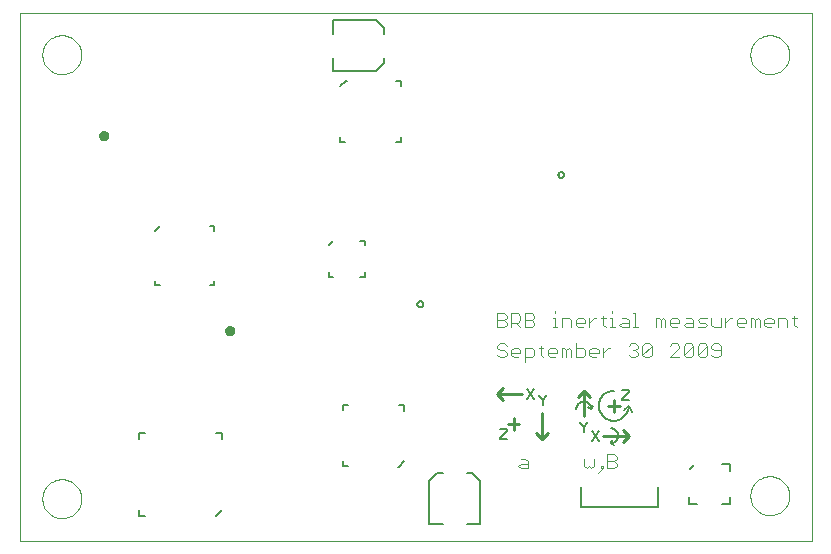
<source format=gto>
G75*
G70*
%OFA0B0*%
%FSLAX24Y24*%
%IPPOS*%
%LPD*%
%AMOC8*
5,1,8,0,0,1.08239X$1,22.5*
%
%ADD10C,0.0000*%
%ADD11C,0.0160*%
%ADD12C,0.0040*%
%ADD13C,0.0080*%
%ADD14C,0.0110*%
%ADD15C,0.0060*%
%ADD16C,0.0100*%
%ADD17C,0.0050*%
D10*
X002137Y004203D02*
X002137Y021803D01*
X028537Y021803D01*
X028537Y004203D01*
X002137Y004203D01*
X002887Y005603D02*
X002889Y005653D01*
X002895Y005703D01*
X002905Y005753D01*
X002918Y005801D01*
X002935Y005849D01*
X002956Y005895D01*
X002980Y005939D01*
X003008Y005981D01*
X003039Y006021D01*
X003073Y006058D01*
X003110Y006093D01*
X003149Y006124D01*
X003190Y006153D01*
X003234Y006178D01*
X003280Y006200D01*
X003327Y006218D01*
X003375Y006232D01*
X003424Y006243D01*
X003474Y006250D01*
X003524Y006253D01*
X003575Y006252D01*
X003625Y006247D01*
X003675Y006238D01*
X003723Y006226D01*
X003771Y006209D01*
X003817Y006189D01*
X003862Y006166D01*
X003905Y006139D01*
X003945Y006109D01*
X003983Y006076D01*
X004018Y006040D01*
X004051Y006001D01*
X004080Y005960D01*
X004106Y005917D01*
X004129Y005872D01*
X004148Y005825D01*
X004163Y005777D01*
X004175Y005728D01*
X004183Y005678D01*
X004187Y005628D01*
X004187Y005578D01*
X004183Y005528D01*
X004175Y005478D01*
X004163Y005429D01*
X004148Y005381D01*
X004129Y005334D01*
X004106Y005289D01*
X004080Y005246D01*
X004051Y005205D01*
X004018Y005166D01*
X003983Y005130D01*
X003945Y005097D01*
X003905Y005067D01*
X003862Y005040D01*
X003817Y005017D01*
X003771Y004997D01*
X003723Y004980D01*
X003675Y004968D01*
X003625Y004959D01*
X003575Y004954D01*
X003524Y004953D01*
X003474Y004956D01*
X003424Y004963D01*
X003375Y004974D01*
X003327Y004988D01*
X003280Y005006D01*
X003234Y005028D01*
X003190Y005053D01*
X003149Y005082D01*
X003110Y005113D01*
X003073Y005148D01*
X003039Y005185D01*
X003008Y005225D01*
X002980Y005267D01*
X002956Y005311D01*
X002935Y005357D01*
X002918Y005405D01*
X002905Y005453D01*
X002895Y005503D01*
X002889Y005553D01*
X002887Y005603D01*
X002887Y020403D02*
X002889Y020453D01*
X002895Y020503D01*
X002905Y020553D01*
X002918Y020601D01*
X002935Y020649D01*
X002956Y020695D01*
X002980Y020739D01*
X003008Y020781D01*
X003039Y020821D01*
X003073Y020858D01*
X003110Y020893D01*
X003149Y020924D01*
X003190Y020953D01*
X003234Y020978D01*
X003280Y021000D01*
X003327Y021018D01*
X003375Y021032D01*
X003424Y021043D01*
X003474Y021050D01*
X003524Y021053D01*
X003575Y021052D01*
X003625Y021047D01*
X003675Y021038D01*
X003723Y021026D01*
X003771Y021009D01*
X003817Y020989D01*
X003862Y020966D01*
X003905Y020939D01*
X003945Y020909D01*
X003983Y020876D01*
X004018Y020840D01*
X004051Y020801D01*
X004080Y020760D01*
X004106Y020717D01*
X004129Y020672D01*
X004148Y020625D01*
X004163Y020577D01*
X004175Y020528D01*
X004183Y020478D01*
X004187Y020428D01*
X004187Y020378D01*
X004183Y020328D01*
X004175Y020278D01*
X004163Y020229D01*
X004148Y020181D01*
X004129Y020134D01*
X004106Y020089D01*
X004080Y020046D01*
X004051Y020005D01*
X004018Y019966D01*
X003983Y019930D01*
X003945Y019897D01*
X003905Y019867D01*
X003862Y019840D01*
X003817Y019817D01*
X003771Y019797D01*
X003723Y019780D01*
X003675Y019768D01*
X003625Y019759D01*
X003575Y019754D01*
X003524Y019753D01*
X003474Y019756D01*
X003424Y019763D01*
X003375Y019774D01*
X003327Y019788D01*
X003280Y019806D01*
X003234Y019828D01*
X003190Y019853D01*
X003149Y019882D01*
X003110Y019913D01*
X003073Y019948D01*
X003039Y019985D01*
X003008Y020025D01*
X002980Y020067D01*
X002956Y020111D01*
X002935Y020157D01*
X002918Y020205D01*
X002905Y020253D01*
X002895Y020303D01*
X002889Y020353D01*
X002887Y020403D01*
X026487Y020403D02*
X026489Y020453D01*
X026495Y020503D01*
X026505Y020553D01*
X026518Y020601D01*
X026535Y020649D01*
X026556Y020695D01*
X026580Y020739D01*
X026608Y020781D01*
X026639Y020821D01*
X026673Y020858D01*
X026710Y020893D01*
X026749Y020924D01*
X026790Y020953D01*
X026834Y020978D01*
X026880Y021000D01*
X026927Y021018D01*
X026975Y021032D01*
X027024Y021043D01*
X027074Y021050D01*
X027124Y021053D01*
X027175Y021052D01*
X027225Y021047D01*
X027275Y021038D01*
X027323Y021026D01*
X027371Y021009D01*
X027417Y020989D01*
X027462Y020966D01*
X027505Y020939D01*
X027545Y020909D01*
X027583Y020876D01*
X027618Y020840D01*
X027651Y020801D01*
X027680Y020760D01*
X027706Y020717D01*
X027729Y020672D01*
X027748Y020625D01*
X027763Y020577D01*
X027775Y020528D01*
X027783Y020478D01*
X027787Y020428D01*
X027787Y020378D01*
X027783Y020328D01*
X027775Y020278D01*
X027763Y020229D01*
X027748Y020181D01*
X027729Y020134D01*
X027706Y020089D01*
X027680Y020046D01*
X027651Y020005D01*
X027618Y019966D01*
X027583Y019930D01*
X027545Y019897D01*
X027505Y019867D01*
X027462Y019840D01*
X027417Y019817D01*
X027371Y019797D01*
X027323Y019780D01*
X027275Y019768D01*
X027225Y019759D01*
X027175Y019754D01*
X027124Y019753D01*
X027074Y019756D01*
X027024Y019763D01*
X026975Y019774D01*
X026927Y019788D01*
X026880Y019806D01*
X026834Y019828D01*
X026790Y019853D01*
X026749Y019882D01*
X026710Y019913D01*
X026673Y019948D01*
X026639Y019985D01*
X026608Y020025D01*
X026580Y020067D01*
X026556Y020111D01*
X026535Y020157D01*
X026518Y020205D01*
X026505Y020253D01*
X026495Y020303D01*
X026489Y020353D01*
X026487Y020403D01*
X026487Y005703D02*
X026489Y005753D01*
X026495Y005803D01*
X026505Y005853D01*
X026518Y005901D01*
X026535Y005949D01*
X026556Y005995D01*
X026580Y006039D01*
X026608Y006081D01*
X026639Y006121D01*
X026673Y006158D01*
X026710Y006193D01*
X026749Y006224D01*
X026790Y006253D01*
X026834Y006278D01*
X026880Y006300D01*
X026927Y006318D01*
X026975Y006332D01*
X027024Y006343D01*
X027074Y006350D01*
X027124Y006353D01*
X027175Y006352D01*
X027225Y006347D01*
X027275Y006338D01*
X027323Y006326D01*
X027371Y006309D01*
X027417Y006289D01*
X027462Y006266D01*
X027505Y006239D01*
X027545Y006209D01*
X027583Y006176D01*
X027618Y006140D01*
X027651Y006101D01*
X027680Y006060D01*
X027706Y006017D01*
X027729Y005972D01*
X027748Y005925D01*
X027763Y005877D01*
X027775Y005828D01*
X027783Y005778D01*
X027787Y005728D01*
X027787Y005678D01*
X027783Y005628D01*
X027775Y005578D01*
X027763Y005529D01*
X027748Y005481D01*
X027729Y005434D01*
X027706Y005389D01*
X027680Y005346D01*
X027651Y005305D01*
X027618Y005266D01*
X027583Y005230D01*
X027545Y005197D01*
X027505Y005167D01*
X027462Y005140D01*
X027417Y005117D01*
X027371Y005097D01*
X027323Y005080D01*
X027275Y005068D01*
X027225Y005059D01*
X027175Y005054D01*
X027124Y005053D01*
X027074Y005056D01*
X027024Y005063D01*
X026975Y005074D01*
X026927Y005088D01*
X026880Y005106D01*
X026834Y005128D01*
X026790Y005153D01*
X026749Y005182D01*
X026710Y005213D01*
X026673Y005248D01*
X026639Y005285D01*
X026608Y005325D01*
X026580Y005367D01*
X026556Y005411D01*
X026535Y005457D01*
X026518Y005505D01*
X026505Y005553D01*
X026495Y005603D01*
X026489Y005653D01*
X026487Y005703D01*
D11*
X009057Y011203D02*
X009059Y011220D01*
X009064Y011237D01*
X009073Y011251D01*
X009085Y011264D01*
X009100Y011274D01*
X009116Y011280D01*
X009133Y011283D01*
X009150Y011282D01*
X009167Y011277D01*
X009182Y011269D01*
X009195Y011258D01*
X009206Y011244D01*
X009213Y011229D01*
X009217Y011212D01*
X009217Y011194D01*
X009213Y011177D01*
X009206Y011162D01*
X009195Y011148D01*
X009182Y011137D01*
X009167Y011129D01*
X009150Y011124D01*
X009133Y011123D01*
X009116Y011126D01*
X009100Y011132D01*
X009085Y011142D01*
X009073Y011155D01*
X009064Y011169D01*
X009059Y011186D01*
X009057Y011203D01*
X004857Y017703D02*
X004859Y017720D01*
X004864Y017737D01*
X004873Y017751D01*
X004885Y017764D01*
X004900Y017774D01*
X004916Y017780D01*
X004933Y017783D01*
X004950Y017782D01*
X004967Y017777D01*
X004982Y017769D01*
X004995Y017758D01*
X005006Y017744D01*
X005013Y017729D01*
X005017Y017712D01*
X005017Y017694D01*
X005013Y017677D01*
X005006Y017662D01*
X004995Y017648D01*
X004982Y017637D01*
X004967Y017629D01*
X004950Y017624D01*
X004933Y017623D01*
X004916Y017626D01*
X004900Y017632D01*
X004885Y017642D01*
X004873Y017655D01*
X004864Y017669D01*
X004859Y017686D01*
X004857Y017703D01*
D12*
X018057Y011783D02*
X018057Y011323D01*
X018287Y011323D01*
X018364Y011400D01*
X018364Y011476D01*
X018287Y011553D01*
X018057Y011553D01*
X018287Y011553D02*
X018364Y011630D01*
X018364Y011706D01*
X018287Y011783D01*
X018057Y011783D01*
X018517Y011783D02*
X018747Y011783D01*
X018824Y011706D01*
X018824Y011553D01*
X018747Y011476D01*
X018517Y011476D01*
X018517Y011323D02*
X018517Y011783D01*
X018670Y011476D02*
X018824Y011323D01*
X018977Y011323D02*
X019208Y011323D01*
X019284Y011400D01*
X019284Y011476D01*
X019208Y011553D01*
X018977Y011553D01*
X018977Y011323D02*
X018977Y011783D01*
X019208Y011783D01*
X019284Y011706D01*
X019284Y011630D01*
X019208Y011553D01*
X019898Y011630D02*
X019975Y011630D01*
X019975Y011323D01*
X019898Y011323D02*
X020052Y011323D01*
X020205Y011323D02*
X020205Y011630D01*
X020435Y011630D01*
X020512Y011553D01*
X020512Y011323D01*
X020665Y011400D02*
X020665Y011553D01*
X020742Y011630D01*
X020896Y011630D01*
X020972Y011553D01*
X020972Y011476D01*
X020665Y011476D01*
X020665Y011400D02*
X020742Y011323D01*
X020896Y011323D01*
X021126Y011323D02*
X021126Y011630D01*
X021279Y011630D02*
X021356Y011630D01*
X021279Y011630D02*
X021126Y011476D01*
X021509Y011630D02*
X021663Y011630D01*
X021586Y011706D02*
X021586Y011400D01*
X021663Y011323D01*
X021816Y011323D02*
X021970Y011323D01*
X021893Y011323D02*
X021893Y011630D01*
X021816Y011630D01*
X021893Y011783D02*
X021893Y011860D01*
X022200Y011630D02*
X022353Y011630D01*
X022430Y011553D01*
X022430Y011323D01*
X022200Y011323D01*
X022123Y011400D01*
X022200Y011476D01*
X022430Y011476D01*
X022583Y011323D02*
X022737Y011323D01*
X022660Y011323D02*
X022660Y011783D01*
X022583Y011783D01*
X023351Y011630D02*
X023351Y011323D01*
X023504Y011323D02*
X023504Y011553D01*
X023581Y011630D01*
X023658Y011553D01*
X023658Y011323D01*
X023811Y011400D02*
X023811Y011553D01*
X023888Y011630D01*
X024041Y011630D01*
X024118Y011553D01*
X024118Y011476D01*
X023811Y011476D01*
X023811Y011400D02*
X023888Y011323D01*
X024041Y011323D01*
X024271Y011400D02*
X024348Y011476D01*
X024578Y011476D01*
X024578Y011553D02*
X024578Y011323D01*
X024348Y011323D01*
X024271Y011400D01*
X024348Y011630D02*
X024502Y011630D01*
X024578Y011553D01*
X024732Y011553D02*
X024808Y011476D01*
X024962Y011476D01*
X025039Y011400D01*
X024962Y011323D01*
X024732Y011323D01*
X024732Y011553D02*
X024808Y011630D01*
X025039Y011630D01*
X025192Y011630D02*
X025192Y011400D01*
X025269Y011323D01*
X025499Y011323D01*
X025499Y011630D01*
X025652Y011630D02*
X025652Y011323D01*
X025652Y011476D02*
X025806Y011630D01*
X025883Y011630D01*
X026036Y011553D02*
X026113Y011630D01*
X026266Y011630D01*
X026343Y011553D01*
X026343Y011476D01*
X026036Y011476D01*
X026036Y011400D02*
X026036Y011553D01*
X026036Y011400D02*
X026113Y011323D01*
X026266Y011323D01*
X026496Y011323D02*
X026496Y011630D01*
X026573Y011630D01*
X026650Y011553D01*
X026727Y011630D01*
X026803Y011553D01*
X026803Y011323D01*
X026650Y011323D02*
X026650Y011553D01*
X026957Y011553D02*
X026957Y011400D01*
X027034Y011323D01*
X027187Y011323D01*
X027264Y011476D02*
X026957Y011476D01*
X026957Y011553D02*
X027034Y011630D01*
X027187Y011630D01*
X027264Y011553D01*
X027264Y011476D01*
X027417Y011323D02*
X027417Y011630D01*
X027647Y011630D01*
X027724Y011553D01*
X027724Y011323D01*
X027954Y011400D02*
X028031Y011323D01*
X027954Y011400D02*
X027954Y011706D01*
X027878Y011630D02*
X028031Y011630D01*
X025499Y010706D02*
X025499Y010400D01*
X025422Y010323D01*
X025269Y010323D01*
X025192Y010400D01*
X025039Y010400D02*
X024962Y010323D01*
X024809Y010323D01*
X024732Y010400D01*
X025039Y010706D01*
X025039Y010400D01*
X025192Y010630D02*
X025269Y010553D01*
X025499Y010553D01*
X025499Y010706D02*
X025422Y010783D01*
X025269Y010783D01*
X025192Y010706D01*
X025192Y010630D01*
X025039Y010706D02*
X024962Y010783D01*
X024809Y010783D01*
X024732Y010706D01*
X024732Y010400D01*
X024578Y010400D02*
X024502Y010323D01*
X024348Y010323D01*
X024271Y010400D01*
X024578Y010706D01*
X024578Y010400D01*
X024578Y010706D02*
X024502Y010783D01*
X024348Y010783D01*
X024271Y010706D01*
X024271Y010400D01*
X024118Y010323D02*
X023811Y010323D01*
X024118Y010630D01*
X024118Y010706D01*
X024041Y010783D01*
X023888Y010783D01*
X023811Y010706D01*
X023197Y010706D02*
X023197Y010400D01*
X023121Y010323D01*
X022967Y010323D01*
X022890Y010400D01*
X023197Y010706D01*
X023121Y010783D01*
X022967Y010783D01*
X022890Y010706D01*
X022890Y010400D01*
X022737Y010400D02*
X022660Y010323D01*
X022507Y010323D01*
X022430Y010400D01*
X022583Y010553D02*
X022660Y010553D01*
X022737Y010476D01*
X022737Y010400D01*
X022660Y010553D02*
X022737Y010630D01*
X022737Y010706D01*
X022660Y010783D01*
X022507Y010783D01*
X022430Y010706D01*
X021816Y010630D02*
X021739Y010630D01*
X021586Y010476D01*
X021586Y010323D02*
X021586Y010630D01*
X021433Y010553D02*
X021356Y010630D01*
X021202Y010630D01*
X021126Y010553D01*
X021126Y010400D01*
X021202Y010323D01*
X021356Y010323D01*
X021433Y010476D02*
X021126Y010476D01*
X020972Y010400D02*
X020896Y010323D01*
X020665Y010323D01*
X020665Y010783D01*
X020665Y010630D02*
X020896Y010630D01*
X020972Y010553D01*
X020972Y010400D01*
X020512Y010323D02*
X020512Y010553D01*
X020435Y010630D01*
X020358Y010553D01*
X020358Y010323D01*
X020205Y010323D02*
X020205Y010630D01*
X020282Y010630D01*
X020358Y010553D01*
X020052Y010553D02*
X020052Y010476D01*
X019745Y010476D01*
X019745Y010400D02*
X019745Y010553D01*
X019821Y010630D01*
X019975Y010630D01*
X020052Y010553D01*
X019975Y010323D02*
X019821Y010323D01*
X019745Y010400D01*
X019591Y010323D02*
X019514Y010400D01*
X019514Y010706D01*
X019438Y010630D02*
X019591Y010630D01*
X019284Y010553D02*
X019284Y010400D01*
X019208Y010323D01*
X018977Y010323D01*
X018977Y010169D02*
X018977Y010630D01*
X019208Y010630D01*
X019284Y010553D01*
X018824Y010553D02*
X018747Y010630D01*
X018594Y010630D01*
X018517Y010553D01*
X018517Y010400D01*
X018594Y010323D01*
X018747Y010323D01*
X018824Y010476D02*
X018517Y010476D01*
X018364Y010476D02*
X018364Y010400D01*
X018287Y010323D01*
X018133Y010323D01*
X018057Y010400D01*
X018133Y010553D02*
X018287Y010553D01*
X018364Y010476D01*
X018364Y010706D02*
X018287Y010783D01*
X018133Y010783D01*
X018057Y010706D01*
X018057Y010630D01*
X018133Y010553D01*
X018824Y010553D02*
X018824Y010476D01*
X019975Y011783D02*
X019975Y011860D01*
X021433Y010553D02*
X021433Y010476D01*
X023351Y011630D02*
X023427Y011630D01*
X023504Y011553D01*
X021954Y007083D02*
X022031Y007006D01*
X022031Y006930D01*
X021954Y006853D01*
X021724Y006853D01*
X021570Y006700D02*
X021494Y006700D01*
X021494Y006623D01*
X021570Y006623D01*
X021570Y006700D01*
X021570Y006623D02*
X021417Y006469D01*
X021187Y006623D02*
X021264Y006700D01*
X021264Y006930D01*
X021110Y006700D02*
X021187Y006623D01*
X021110Y006700D02*
X021033Y006623D01*
X020957Y006700D01*
X020957Y006930D01*
X021724Y007083D02*
X021724Y006623D01*
X021954Y006623D01*
X022031Y006700D01*
X022031Y006776D01*
X021954Y006853D01*
X021954Y007083D02*
X021724Y007083D01*
X019064Y006853D02*
X019064Y006623D01*
X018833Y006623D01*
X018757Y006700D01*
X018833Y006776D01*
X019064Y006776D01*
X019064Y006853D02*
X018987Y006930D01*
X018833Y006930D01*
D13*
X020687Y008603D02*
X020689Y008633D01*
X020694Y008663D01*
X020703Y008692D01*
X020716Y008719D01*
X020731Y008745D01*
X020750Y008769D01*
X020771Y008790D01*
X020795Y008809D01*
X020821Y008824D01*
X020848Y008837D01*
X020877Y008846D01*
X020907Y008851D01*
X020937Y008853D01*
X020967Y008851D01*
X020997Y008846D01*
X021026Y008837D01*
X021053Y008824D01*
X021079Y008809D01*
X021103Y008790D01*
X021124Y008769D01*
X021143Y008745D01*
X021158Y008719D01*
X021171Y008692D01*
X021180Y008663D01*
X021185Y008633D01*
X021187Y008603D01*
X021087Y008653D01*
X021187Y008603D02*
X021237Y008703D01*
X021937Y009203D02*
X021893Y009201D01*
X021850Y009195D01*
X021808Y009186D01*
X021766Y009173D01*
X021726Y009156D01*
X021687Y009136D01*
X021650Y009113D01*
X021616Y009086D01*
X021583Y009057D01*
X021554Y009024D01*
X021527Y008990D01*
X021504Y008953D01*
X021484Y008914D01*
X021467Y008874D01*
X021454Y008832D01*
X021445Y008790D01*
X021439Y008747D01*
X021437Y008703D01*
X021439Y008659D01*
X021445Y008616D01*
X021454Y008574D01*
X021467Y008532D01*
X021484Y008492D01*
X021504Y008453D01*
X021527Y008416D01*
X021554Y008382D01*
X021583Y008349D01*
X021616Y008320D01*
X021650Y008293D01*
X021687Y008270D01*
X021726Y008250D01*
X021766Y008233D01*
X021808Y008220D01*
X021850Y008211D01*
X021893Y008205D01*
X021937Y008203D01*
X021981Y008205D01*
X022024Y008211D01*
X022066Y008220D01*
X022108Y008233D01*
X022148Y008250D01*
X022187Y008270D01*
X022224Y008293D01*
X022258Y008320D01*
X022291Y008349D01*
X022320Y008382D01*
X022347Y008416D01*
X022370Y008453D01*
X022390Y008492D01*
X022407Y008532D01*
X022420Y008574D01*
X022429Y008616D01*
X022435Y008659D01*
X022437Y008703D01*
X022537Y008503D01*
X022437Y008703D02*
X022287Y008553D01*
X021837Y007953D02*
X021867Y007951D01*
X021897Y007946D01*
X021926Y007937D01*
X021953Y007924D01*
X021979Y007909D01*
X022003Y007890D01*
X022024Y007869D01*
X022043Y007845D01*
X022058Y007819D01*
X022071Y007792D01*
X022080Y007763D01*
X022085Y007733D01*
X022087Y007703D01*
X022085Y007673D01*
X022080Y007643D01*
X022071Y007614D01*
X022058Y007587D01*
X022043Y007561D01*
X022024Y007537D01*
X022003Y007516D01*
X021979Y007497D01*
X021953Y007482D01*
X021926Y007469D01*
X021897Y007460D01*
X021867Y007455D01*
X021837Y007453D01*
X021887Y007553D01*
X021837Y007453D02*
X021937Y007403D01*
X024484Y006589D02*
X024623Y006737D01*
X025560Y006763D02*
X025797Y006763D01*
X025797Y006526D01*
X025797Y005660D02*
X025797Y005424D01*
X025560Y005424D01*
X024694Y005424D02*
X024458Y005424D01*
X024458Y005660D01*
X013627Y013012D02*
X013489Y013012D01*
X013627Y013012D02*
X013627Y013150D01*
X012584Y013012D02*
X012446Y013012D01*
X012446Y013150D01*
X012446Y014056D02*
X012584Y014193D01*
X013489Y014193D02*
X013627Y014193D01*
X013627Y014056D01*
X008877Y007781D02*
X008680Y007781D01*
X008877Y007781D02*
X008877Y007584D01*
X006318Y007781D02*
X006121Y007781D01*
X006121Y007584D01*
X006121Y005222D02*
X006121Y005025D01*
X006318Y005025D01*
X008680Y005025D02*
X008877Y005222D01*
D14*
X018397Y008103D02*
X018791Y008103D01*
X018594Y008300D02*
X018594Y007906D01*
X021742Y008703D02*
X022135Y008703D01*
X021939Y008900D02*
X021939Y008506D01*
D15*
X022217Y008883D02*
X022444Y008883D01*
X022217Y008883D02*
X022217Y008940D01*
X022444Y009166D01*
X022444Y009223D01*
X022217Y009223D01*
X021044Y008173D02*
X021044Y008116D01*
X020930Y008003D01*
X020930Y007833D01*
X020930Y008003D02*
X020817Y008116D01*
X020817Y008173D01*
X021217Y007873D02*
X021444Y007533D01*
X021217Y007533D02*
X021444Y007873D01*
X019675Y009016D02*
X019675Y009073D01*
X019675Y009016D02*
X019562Y008903D01*
X019562Y008733D01*
X019562Y008903D02*
X019448Y009016D01*
X019448Y009073D01*
X019275Y008933D02*
X019048Y009273D01*
X019275Y009273D02*
X019048Y008933D01*
X018375Y007923D02*
X018148Y007923D01*
X018375Y007923D02*
X018375Y007866D01*
X018148Y007640D01*
X018148Y007583D01*
X018375Y007583D01*
D16*
X019337Y007803D02*
X019537Y007603D01*
X019737Y007803D01*
X019537Y007603D02*
X019537Y008453D01*
X018887Y009103D02*
X018037Y009103D01*
X018237Y008903D01*
X018037Y009103D02*
X018237Y009303D01*
X020737Y009003D02*
X020937Y009203D01*
X021137Y009003D01*
X020937Y009203D02*
X020937Y008353D01*
X021587Y007703D02*
X022437Y007703D01*
X022237Y007903D01*
X022437Y007703D02*
X022237Y007503D01*
D17*
X023419Y006003D02*
X023419Y005323D01*
X020849Y005323D01*
X020849Y006003D01*
X017483Y006193D02*
X017483Y004756D01*
X017030Y004756D01*
X016243Y004756D02*
X015790Y004756D01*
X015790Y006193D01*
X016047Y006449D01*
X016243Y006449D01*
X017030Y006449D02*
X017226Y006449D01*
X017483Y006193D01*
X014957Y006853D02*
X014777Y006673D01*
X014737Y006673D01*
X013087Y006683D02*
X012917Y006683D01*
X012917Y006853D01*
X012917Y008553D02*
X012917Y008723D01*
X013087Y008723D01*
X014787Y008713D02*
X014957Y008713D01*
X014957Y008543D01*
X015387Y012091D02*
X015389Y012111D01*
X015395Y012129D01*
X015404Y012147D01*
X015416Y012162D01*
X015431Y012174D01*
X015449Y012183D01*
X015467Y012189D01*
X015487Y012191D01*
X015507Y012189D01*
X015525Y012183D01*
X015543Y012174D01*
X015558Y012162D01*
X015570Y012147D01*
X015579Y012129D01*
X015585Y012111D01*
X015587Y012091D01*
X015585Y012071D01*
X015579Y012053D01*
X015570Y012035D01*
X015558Y012020D01*
X015543Y012008D01*
X015525Y011999D01*
X015507Y011993D01*
X015487Y011991D01*
X015467Y011993D01*
X015449Y011999D01*
X015431Y012008D01*
X015416Y012020D01*
X015404Y012035D01*
X015395Y012053D01*
X015389Y012071D01*
X015387Y012091D01*
X020087Y016403D02*
X020089Y016423D01*
X020095Y016441D01*
X020104Y016459D01*
X020116Y016474D01*
X020131Y016486D01*
X020149Y016495D01*
X020167Y016501D01*
X020187Y016503D01*
X020207Y016501D01*
X020225Y016495D01*
X020243Y016486D01*
X020258Y016474D01*
X020270Y016459D01*
X020279Y016441D01*
X020285Y016423D01*
X020287Y016403D01*
X020285Y016383D01*
X020279Y016365D01*
X020270Y016347D01*
X020258Y016332D01*
X020243Y016320D01*
X020225Y016311D01*
X020207Y016305D01*
X020187Y016303D01*
X020167Y016305D01*
X020149Y016311D01*
X020131Y016320D01*
X020116Y016332D01*
X020104Y016347D01*
X020095Y016365D01*
X020089Y016383D01*
X020087Y016403D01*
X014857Y017483D02*
X014687Y017483D01*
X014857Y017483D02*
X014857Y017653D01*
X012987Y017493D02*
X012817Y017493D01*
X012817Y017663D01*
X012817Y019353D02*
X012997Y019533D01*
X013037Y019533D01*
X012590Y019856D02*
X012590Y020309D01*
X012590Y019856D02*
X014026Y019856D01*
X014283Y020113D01*
X014283Y020309D01*
X014283Y021097D02*
X014283Y021293D01*
X014026Y021549D01*
X012590Y021549D01*
X012590Y021097D01*
X014687Y019523D02*
X014857Y019523D01*
X014857Y019353D01*
X008621Y014687D02*
X008463Y014687D01*
X008621Y014687D02*
X008621Y014530D01*
X006810Y014687D02*
X006652Y014530D01*
X006652Y012876D02*
X006652Y012719D01*
X006810Y012719D01*
X008463Y012719D02*
X008621Y012719D01*
X008621Y012876D01*
M02*

</source>
